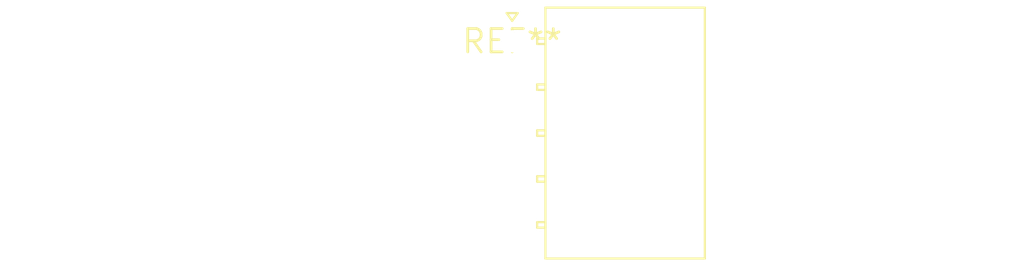
<source format=kicad_pcb>
(kicad_pcb (version 20240108) (generator pcbnew)
  (layers (0 "F.Cu" signal) (31 "B.Cu" signal) (34 "B.Paste" user) (35 "F.Paste" user) (36 "B.SilkS" user "B.Silkscreen") (37 "F.SilkS" user "F.Silkscreen") (38 "B.Mask" user) (39 "F.Mask" user) (44 "Edge.Cuts" user))
  (net 0 "")
  (footprint "Molex_Nano-Fit_105313-xx05_1x05_P2.50mm_Horizontal" (layer "F.Cu") (at 0 0)
    (property "Reference" "REF**")
    (property "Value" "Molex_Nano-Fit_105313-xx05_1x05_P2.50mm_Horizontal")
    (fp_line (start -0.3 -1.534264) (end 0 -1.11) (layer "F.SilkS") (stroke (width 0.12)))
    (fp_line (start 0 -1.11) (end 0.3 -1.534264) (layer "F.SilkS") (stroke (width 0.12)))
    (fp_line (start 0.3 -1.534264) (end -0.3 -1.534264) (layer "F.SilkS") (stroke (width 0.12)))
    (fp_line (start 1.36 -0.15) (end 1.36 0.15) (layer "F.SilkS") (stroke (width 0.12)))
    (fp_line (start 1.36 0.15) (end 1.81 0.15) (layer "F.SilkS") (stroke (width 0.12)))
    (fp_line (start 1.36 2.35) (end 1.36 2.65) (layer "F.SilkS") (stroke (width 0.12)))
    (fp_line (start 1.36 2.65) (end 1.81 2.65) (layer "F.SilkS") (stroke (width 0.12)))
    (fp_line (start 1.36 4.85) (end 1.36 5.15) (layer "F.SilkS") (stroke (width 0.12)))
    (fp_line (start 1.36 5.15) (end 1.81 5.15) (layer "F.SilkS") (stroke (width 0.12)))
    (fp_line (start 1.36 7.35) (end 1.36 7.65) (layer "F.SilkS") (stroke (width 0.12)))
    (fp_line (start 1.36 7.65) (end 1.81 7.65) (layer "F.SilkS") (stroke (width 0.12)))
    (fp_line (start 1.36 9.85) (end 1.36 10.15) (layer "F.SilkS") (stroke (width 0.12)))
    (fp_line (start 1.36 10.15) (end 1.81 10.15) (layer "F.SilkS") (stroke (width 0.12)))
    (fp_line (start 1.81 -1.83) (end 1.81 11.83) (layer "F.SilkS") (stroke (width 0.12)))
    (fp_line (start 1.81 -0.15) (end 1.36 -0.15) (layer "F.SilkS") (stroke (width 0.12)))
    (fp_line (start 1.81 0.15) (end 1.81 -0.15) (layer "F.SilkS") (stroke (width 0.12)))
    (fp_line (start 1.81 2.35) (end 1.36 2.35) (layer "F.SilkS") (stroke (width 0.12)))
    (fp_line (start 1.81 2.65) (end 1.81 2.35) (layer "F.SilkS") (stroke (width 0.12)))
    (fp_line (start 1.81 4.85) (end 1.36 4.85) (layer "F.SilkS") (stroke (width 0.12)))
    (fp_line (start 1.81 5.15) (end 1.81 4.85) (layer "F.SilkS") (stroke (width 0.12)))
    (fp_line (start 1.81 7.35) (end 1.36 7.35) (layer "F.SilkS") (stroke (width 0.12)))
    (fp_line (start 1.81 7.65) (end 1.81 7.35) (layer "F.SilkS") (stroke (width 0.12)))
    (fp_line (start 1.81 9.85) (end 1.36 9.85) (layer "F.SilkS") (stroke (width 0.12)))
    (fp_line (start 1.81 10.15) (end 1.81 9.85) (layer "F.SilkS") (stroke (width 0.12)))
    (fp_line (start 1.81 11.83) (end 10.49 11.83) (layer "F.SilkS") (stroke (width 0.12)))
    (fp_line (start 10.49 -1.83) (end 1.81 -1.83) (layer "F.SilkS") (stroke (width 0.12)))
    (fp_line (start 10.49 11.83) (end 10.49 -1.83) (layer "F.SilkS") (stroke (width 0.12)))
    (pad "" np_thru_hole circle (at 7.18 0) (size 1.7 1.7) (drill 1.7) (layers *.Cu *.Mask))
    (pad "" np_thru_hole circle (at 7.18 10) (size 1.7 1.7) (drill 1.7) (layers *.Cu *.Mask))
    (pad "1" thru_hole roundrect (at 0 0) (size 2.2 1.7) (drill 1.2) (layers *.Cu *.Mask) (remove_unused_layers) (roundrect_rratio 0.147059))
    (pad "2" thru_hole oval (at 0 2.5) (size 2.2 1.7) (drill 1.2) (layers *.Cu *.Mask) (remove_unused_layers))
    (pad "3" thru_hole oval (at 0 5) (size 2.2 1.7) (drill 1.2) (layers *.Cu *.Mask) (remove_unused_layers))
    (pad "4" thru_hole oval (at 0 7.5) (size 2.2 1.7) (drill 1.2) (layers *.Cu *.Mask) (remove_unused_layers))
    (pad "5" thru_hole oval (at 0 10) (size 2.2 1.7) (drill 1.2) (layers *.Cu *.Mask) (remove_unused_layers))
  )
)
</source>
